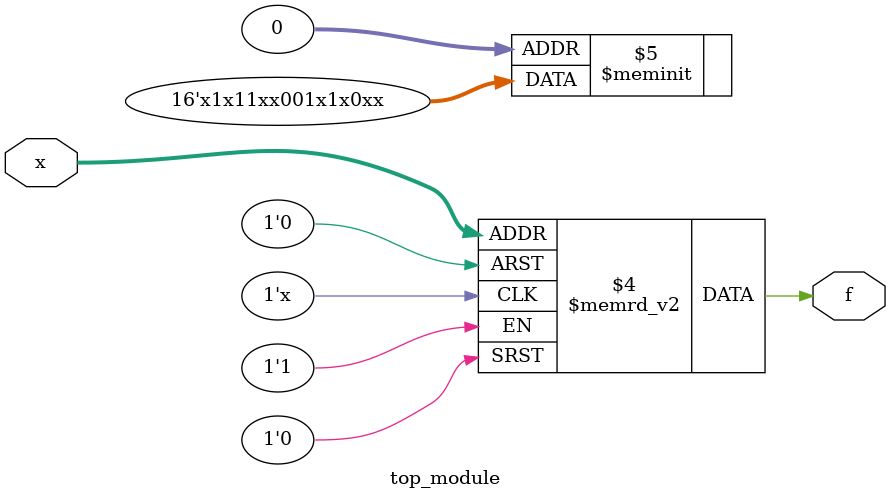
<source format=sv>
module top_module (
	input [4:1] x,
	output logic f
);

	always_comb begin
		case (x)
			4'h1, 4'h3, 4'h5, 4'h9, 4'ha, 4'hd, 4'hf: f = 1'bx;
			4'h2, 4'h7, 4'h8: f = 0;
			4'h4, 4'h6, 4'hb, 4'hc, 4'he: f = 1;
		endcase
	end

endmodule

</source>
